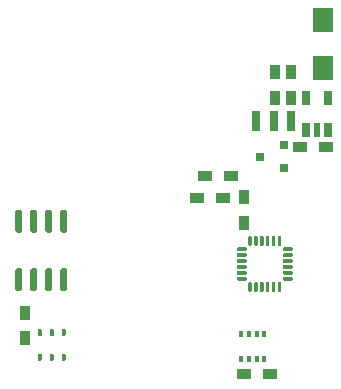
<source format=gtp>
%TF.GenerationSoftware,KiCad,Pcbnew,(5.1.12)-1*%
%TF.CreationDate,2023-02-20T19:38:16+01:00*%
%TF.ProjectId,SolarSensorTagEFM32,536f6c61-7253-4656-9e73-6f7254616745,rev?*%
%TF.SameCoordinates,Original*%
%TF.FileFunction,Paste,Top*%
%TF.FilePolarity,Positive*%
%FSLAX46Y46*%
G04 Gerber Fmt 4.6, Leading zero omitted, Abs format (unit mm)*
G04 Created by KiCad (PCBNEW (5.1.12)-1) date 2023-02-20 19:38:16*
%MOMM*%
%LPD*%
G01*
G04 APERTURE LIST*
%ADD10R,1.200000X0.900000*%
%ADD11R,0.800000X1.200000*%
%ADD12R,0.650000X1.200000*%
%ADD13R,0.600000X1.200000*%
%ADD14R,0.800000X1.800000*%
%ADD15R,1.700000X2.000000*%
%ADD16R,0.800000X0.800000*%
%ADD17R,0.350000X0.500000*%
%ADD18R,0.900000X1.200000*%
G04 APERTURE END LIST*
D10*
%TO.C,D7*%
X12362000Y3048000D03*
X14562000Y3048000D03*
%TD*%
%TO.C,IC_S2*%
G36*
G01*
X-9548500Y-12971000D02*
X-9723500Y-12971000D01*
G75*
G02*
X-9811000Y-12883500I0J87500D01*
G01*
X-9811000Y-12448500D01*
G75*
G02*
X-9723500Y-12361000I87500J0D01*
G01*
X-9548500Y-12361000D01*
G75*
G02*
X-9461000Y-12448500I0J-87500D01*
G01*
X-9461000Y-12883500D01*
G75*
G02*
X-9548500Y-12971000I-87500J0D01*
G01*
G37*
G36*
G01*
X-8548500Y-12971000D02*
X-8723500Y-12971000D01*
G75*
G02*
X-8811000Y-12883500I0J87500D01*
G01*
X-8811000Y-12448500D01*
G75*
G02*
X-8723500Y-12361000I87500J0D01*
G01*
X-8548500Y-12361000D01*
G75*
G02*
X-8461000Y-12448500I0J-87500D01*
G01*
X-8461000Y-12883500D01*
G75*
G02*
X-8548500Y-12971000I-87500J0D01*
G01*
G37*
G36*
G01*
X-7548500Y-12971000D02*
X-7723500Y-12971000D01*
G75*
G02*
X-7811000Y-12883500I0J87500D01*
G01*
X-7811000Y-12448500D01*
G75*
G02*
X-7723500Y-12361000I87500J0D01*
G01*
X-7548500Y-12361000D01*
G75*
G02*
X-7461000Y-12448500I0J-87500D01*
G01*
X-7461000Y-12883500D01*
G75*
G02*
X-7548500Y-12971000I-87500J0D01*
G01*
G37*
G36*
G01*
X-7548500Y-15071000D02*
X-7723500Y-15071000D01*
G75*
G02*
X-7811000Y-14983500I0J87500D01*
G01*
X-7811000Y-14548500D01*
G75*
G02*
X-7723500Y-14461000I87500J0D01*
G01*
X-7548500Y-14461000D01*
G75*
G02*
X-7461000Y-14548500I0J-87500D01*
G01*
X-7461000Y-14983500D01*
G75*
G02*
X-7548500Y-15071000I-87500J0D01*
G01*
G37*
G36*
G01*
X-8548500Y-15071000D02*
X-8723500Y-15071000D01*
G75*
G02*
X-8811000Y-14983500I0J87500D01*
G01*
X-8811000Y-14548500D01*
G75*
G02*
X-8723500Y-14461000I87500J0D01*
G01*
X-8548500Y-14461000D01*
G75*
G02*
X-8461000Y-14548500I0J-87500D01*
G01*
X-8461000Y-14983500D01*
G75*
G02*
X-8548500Y-15071000I-87500J0D01*
G01*
G37*
G36*
G01*
X-9548500Y-15071000D02*
X-9723500Y-15071000D01*
G75*
G02*
X-9811000Y-14983500I0J87500D01*
G01*
X-9811000Y-14548500D01*
G75*
G02*
X-9723500Y-14461000I87500J0D01*
G01*
X-9548500Y-14461000D01*
G75*
G02*
X-9461000Y-14548500I0J-87500D01*
G01*
X-9461000Y-14983500D01*
G75*
G02*
X-9548500Y-15071000I-87500J0D01*
G01*
G37*
%TD*%
%TO.C,IC_S8*%
G36*
G01*
X8223000Y-5333000D02*
X8073000Y-5333000D01*
G75*
G02*
X7998000Y-5258000I0J75000D01*
G01*
X7998000Y-4558000D01*
G75*
G02*
X8073000Y-4483000I75000J0D01*
G01*
X8223000Y-4483000D01*
G75*
G02*
X8298000Y-4558000I0J-75000D01*
G01*
X8298000Y-5258000D01*
G75*
G02*
X8223000Y-5333000I-75000J0D01*
G01*
G37*
G36*
G01*
X8723000Y-5333000D02*
X8573000Y-5333000D01*
G75*
G02*
X8498000Y-5258000I0J75000D01*
G01*
X8498000Y-4558000D01*
G75*
G02*
X8573000Y-4483000I75000J0D01*
G01*
X8723000Y-4483000D01*
G75*
G02*
X8798000Y-4558000I0J-75000D01*
G01*
X8798000Y-5258000D01*
G75*
G02*
X8723000Y-5333000I-75000J0D01*
G01*
G37*
G36*
G01*
X9223000Y-5333000D02*
X9073000Y-5333000D01*
G75*
G02*
X8998000Y-5258000I0J75000D01*
G01*
X8998000Y-4558000D01*
G75*
G02*
X9073000Y-4483000I75000J0D01*
G01*
X9223000Y-4483000D01*
G75*
G02*
X9298000Y-4558000I0J-75000D01*
G01*
X9298000Y-5258000D01*
G75*
G02*
X9223000Y-5333000I-75000J0D01*
G01*
G37*
G36*
G01*
X9723000Y-5333000D02*
X9573000Y-5333000D01*
G75*
G02*
X9498000Y-5258000I0J75000D01*
G01*
X9498000Y-4558000D01*
G75*
G02*
X9573000Y-4483000I75000J0D01*
G01*
X9723000Y-4483000D01*
G75*
G02*
X9798000Y-4558000I0J-75000D01*
G01*
X9798000Y-5258000D01*
G75*
G02*
X9723000Y-5333000I-75000J0D01*
G01*
G37*
G36*
G01*
X10223000Y-5333000D02*
X10073000Y-5333000D01*
G75*
G02*
X9998000Y-5258000I0J75000D01*
G01*
X9998000Y-4558000D01*
G75*
G02*
X10073000Y-4483000I75000J0D01*
G01*
X10223000Y-4483000D01*
G75*
G02*
X10298000Y-4558000I0J-75000D01*
G01*
X10298000Y-5258000D01*
G75*
G02*
X10223000Y-5333000I-75000J0D01*
G01*
G37*
G36*
G01*
X10723000Y-5333000D02*
X10573000Y-5333000D01*
G75*
G02*
X10498000Y-5258000I0J75000D01*
G01*
X10498000Y-4558000D01*
G75*
G02*
X10573000Y-4483000I75000J0D01*
G01*
X10723000Y-4483000D01*
G75*
G02*
X10798000Y-4558000I0J-75000D01*
G01*
X10798000Y-5258000D01*
G75*
G02*
X10723000Y-5333000I-75000J0D01*
G01*
G37*
G36*
G01*
X10923000Y-5683000D02*
X10923000Y-5533000D01*
G75*
G02*
X10998000Y-5458000I75000J0D01*
G01*
X11698000Y-5458000D01*
G75*
G02*
X11773000Y-5533000I0J-75000D01*
G01*
X11773000Y-5683000D01*
G75*
G02*
X11698000Y-5758000I-75000J0D01*
G01*
X10998000Y-5758000D01*
G75*
G02*
X10923000Y-5683000I0J75000D01*
G01*
G37*
G36*
G01*
X10923000Y-6183000D02*
X10923000Y-6033000D01*
G75*
G02*
X10998000Y-5958000I75000J0D01*
G01*
X11698000Y-5958000D01*
G75*
G02*
X11773000Y-6033000I0J-75000D01*
G01*
X11773000Y-6183000D01*
G75*
G02*
X11698000Y-6258000I-75000J0D01*
G01*
X10998000Y-6258000D01*
G75*
G02*
X10923000Y-6183000I0J75000D01*
G01*
G37*
G36*
G01*
X10923000Y-6683000D02*
X10923000Y-6533000D01*
G75*
G02*
X10998000Y-6458000I75000J0D01*
G01*
X11698000Y-6458000D01*
G75*
G02*
X11773000Y-6533000I0J-75000D01*
G01*
X11773000Y-6683000D01*
G75*
G02*
X11698000Y-6758000I-75000J0D01*
G01*
X10998000Y-6758000D01*
G75*
G02*
X10923000Y-6683000I0J75000D01*
G01*
G37*
G36*
G01*
X10923000Y-7183000D02*
X10923000Y-7033000D01*
G75*
G02*
X10998000Y-6958000I75000J0D01*
G01*
X11698000Y-6958000D01*
G75*
G02*
X11773000Y-7033000I0J-75000D01*
G01*
X11773000Y-7183000D01*
G75*
G02*
X11698000Y-7258000I-75000J0D01*
G01*
X10998000Y-7258000D01*
G75*
G02*
X10923000Y-7183000I0J75000D01*
G01*
G37*
G36*
G01*
X10923000Y-7683000D02*
X10923000Y-7533000D01*
G75*
G02*
X10998000Y-7458000I75000J0D01*
G01*
X11698000Y-7458000D01*
G75*
G02*
X11773000Y-7533000I0J-75000D01*
G01*
X11773000Y-7683000D01*
G75*
G02*
X11698000Y-7758000I-75000J0D01*
G01*
X10998000Y-7758000D01*
G75*
G02*
X10923000Y-7683000I0J75000D01*
G01*
G37*
G36*
G01*
X10923000Y-8183000D02*
X10923000Y-8033000D01*
G75*
G02*
X10998000Y-7958000I75000J0D01*
G01*
X11698000Y-7958000D01*
G75*
G02*
X11773000Y-8033000I0J-75000D01*
G01*
X11773000Y-8183000D01*
G75*
G02*
X11698000Y-8258000I-75000J0D01*
G01*
X10998000Y-8258000D01*
G75*
G02*
X10923000Y-8183000I0J75000D01*
G01*
G37*
G36*
G01*
X10723000Y-9233000D02*
X10573000Y-9233000D01*
G75*
G02*
X10498000Y-9158000I0J75000D01*
G01*
X10498000Y-8458000D01*
G75*
G02*
X10573000Y-8383000I75000J0D01*
G01*
X10723000Y-8383000D01*
G75*
G02*
X10798000Y-8458000I0J-75000D01*
G01*
X10798000Y-9158000D01*
G75*
G02*
X10723000Y-9233000I-75000J0D01*
G01*
G37*
G36*
G01*
X10223000Y-9233000D02*
X10073000Y-9233000D01*
G75*
G02*
X9998000Y-9158000I0J75000D01*
G01*
X9998000Y-8458000D01*
G75*
G02*
X10073000Y-8383000I75000J0D01*
G01*
X10223000Y-8383000D01*
G75*
G02*
X10298000Y-8458000I0J-75000D01*
G01*
X10298000Y-9158000D01*
G75*
G02*
X10223000Y-9233000I-75000J0D01*
G01*
G37*
G36*
G01*
X9723000Y-9233000D02*
X9573000Y-9233000D01*
G75*
G02*
X9498000Y-9158000I0J75000D01*
G01*
X9498000Y-8458000D01*
G75*
G02*
X9573000Y-8383000I75000J0D01*
G01*
X9723000Y-8383000D01*
G75*
G02*
X9798000Y-8458000I0J-75000D01*
G01*
X9798000Y-9158000D01*
G75*
G02*
X9723000Y-9233000I-75000J0D01*
G01*
G37*
G36*
G01*
X9223000Y-9233000D02*
X9073000Y-9233000D01*
G75*
G02*
X8998000Y-9158000I0J75000D01*
G01*
X8998000Y-8458000D01*
G75*
G02*
X9073000Y-8383000I75000J0D01*
G01*
X9223000Y-8383000D01*
G75*
G02*
X9298000Y-8458000I0J-75000D01*
G01*
X9298000Y-9158000D01*
G75*
G02*
X9223000Y-9233000I-75000J0D01*
G01*
G37*
G36*
G01*
X8723000Y-9233000D02*
X8573000Y-9233000D01*
G75*
G02*
X8498000Y-9158000I0J75000D01*
G01*
X8498000Y-8458000D01*
G75*
G02*
X8573000Y-8383000I75000J0D01*
G01*
X8723000Y-8383000D01*
G75*
G02*
X8798000Y-8458000I0J-75000D01*
G01*
X8798000Y-9158000D01*
G75*
G02*
X8723000Y-9233000I-75000J0D01*
G01*
G37*
G36*
G01*
X8223000Y-9233000D02*
X8073000Y-9233000D01*
G75*
G02*
X7998000Y-9158000I0J75000D01*
G01*
X7998000Y-8458000D01*
G75*
G02*
X8073000Y-8383000I75000J0D01*
G01*
X8223000Y-8383000D01*
G75*
G02*
X8298000Y-8458000I0J-75000D01*
G01*
X8298000Y-9158000D01*
G75*
G02*
X8223000Y-9233000I-75000J0D01*
G01*
G37*
G36*
G01*
X7023000Y-8183000D02*
X7023000Y-8033000D01*
G75*
G02*
X7098000Y-7958000I75000J0D01*
G01*
X7798000Y-7958000D01*
G75*
G02*
X7873000Y-8033000I0J-75000D01*
G01*
X7873000Y-8183000D01*
G75*
G02*
X7798000Y-8258000I-75000J0D01*
G01*
X7098000Y-8258000D01*
G75*
G02*
X7023000Y-8183000I0J75000D01*
G01*
G37*
G36*
G01*
X7023000Y-7683000D02*
X7023000Y-7533000D01*
G75*
G02*
X7098000Y-7458000I75000J0D01*
G01*
X7798000Y-7458000D01*
G75*
G02*
X7873000Y-7533000I0J-75000D01*
G01*
X7873000Y-7683000D01*
G75*
G02*
X7798000Y-7758000I-75000J0D01*
G01*
X7098000Y-7758000D01*
G75*
G02*
X7023000Y-7683000I0J75000D01*
G01*
G37*
G36*
G01*
X7023000Y-7183000D02*
X7023000Y-7033000D01*
G75*
G02*
X7098000Y-6958000I75000J0D01*
G01*
X7798000Y-6958000D01*
G75*
G02*
X7873000Y-7033000I0J-75000D01*
G01*
X7873000Y-7183000D01*
G75*
G02*
X7798000Y-7258000I-75000J0D01*
G01*
X7098000Y-7258000D01*
G75*
G02*
X7023000Y-7183000I0J75000D01*
G01*
G37*
G36*
G01*
X7023000Y-6683000D02*
X7023000Y-6533000D01*
G75*
G02*
X7098000Y-6458000I75000J0D01*
G01*
X7798000Y-6458000D01*
G75*
G02*
X7873000Y-6533000I0J-75000D01*
G01*
X7873000Y-6683000D01*
G75*
G02*
X7798000Y-6758000I-75000J0D01*
G01*
X7098000Y-6758000D01*
G75*
G02*
X7023000Y-6683000I0J75000D01*
G01*
G37*
G36*
G01*
X7023000Y-6183000D02*
X7023000Y-6033000D01*
G75*
G02*
X7098000Y-5958000I75000J0D01*
G01*
X7798000Y-5958000D01*
G75*
G02*
X7873000Y-6033000I0J-75000D01*
G01*
X7873000Y-6183000D01*
G75*
G02*
X7798000Y-6258000I-75000J0D01*
G01*
X7098000Y-6258000D01*
G75*
G02*
X7023000Y-6183000I0J75000D01*
G01*
G37*
G36*
G01*
X7023000Y-5683000D02*
X7023000Y-5533000D01*
G75*
G02*
X7098000Y-5458000I75000J0D01*
G01*
X7798000Y-5458000D01*
G75*
G02*
X7873000Y-5533000I0J-75000D01*
G01*
X7873000Y-5683000D01*
G75*
G02*
X7798000Y-5758000I-75000J0D01*
G01*
X7098000Y-5758000D01*
G75*
G02*
X7023000Y-5683000I0J75000D01*
G01*
G37*
%TD*%
%TO.C,IC_S1*%
G36*
G01*
X-11280000Y-4215000D02*
X-11580000Y-4215000D01*
G75*
G02*
X-11730000Y-4065000I0J150000D01*
G01*
X-11730000Y-2415000D01*
G75*
G02*
X-11580000Y-2265000I150000J0D01*
G01*
X-11280000Y-2265000D01*
G75*
G02*
X-11130000Y-2415000I0J-150000D01*
G01*
X-11130000Y-4065000D01*
G75*
G02*
X-11280000Y-4215000I-150000J0D01*
G01*
G37*
G36*
G01*
X-10010000Y-4215000D02*
X-10310000Y-4215000D01*
G75*
G02*
X-10460000Y-4065000I0J150000D01*
G01*
X-10460000Y-2415000D01*
G75*
G02*
X-10310000Y-2265000I150000J0D01*
G01*
X-10010000Y-2265000D01*
G75*
G02*
X-9860000Y-2415000I0J-150000D01*
G01*
X-9860000Y-4065000D01*
G75*
G02*
X-10010000Y-4215000I-150000J0D01*
G01*
G37*
G36*
G01*
X-8740000Y-4215000D02*
X-9040000Y-4215000D01*
G75*
G02*
X-9190000Y-4065000I0J150000D01*
G01*
X-9190000Y-2415000D01*
G75*
G02*
X-9040000Y-2265000I150000J0D01*
G01*
X-8740000Y-2265000D01*
G75*
G02*
X-8590000Y-2415000I0J-150000D01*
G01*
X-8590000Y-4065000D01*
G75*
G02*
X-8740000Y-4215000I-150000J0D01*
G01*
G37*
G36*
G01*
X-7470000Y-4215000D02*
X-7770000Y-4215000D01*
G75*
G02*
X-7920000Y-4065000I0J150000D01*
G01*
X-7920000Y-2415000D01*
G75*
G02*
X-7770000Y-2265000I150000J0D01*
G01*
X-7470000Y-2265000D01*
G75*
G02*
X-7320000Y-2415000I0J-150000D01*
G01*
X-7320000Y-4065000D01*
G75*
G02*
X-7470000Y-4215000I-150000J0D01*
G01*
G37*
G36*
G01*
X-7470000Y-9165000D02*
X-7770000Y-9165000D01*
G75*
G02*
X-7920000Y-9015000I0J150000D01*
G01*
X-7920000Y-7365000D01*
G75*
G02*
X-7770000Y-7215000I150000J0D01*
G01*
X-7470000Y-7215000D01*
G75*
G02*
X-7320000Y-7365000I0J-150000D01*
G01*
X-7320000Y-9015000D01*
G75*
G02*
X-7470000Y-9165000I-150000J0D01*
G01*
G37*
G36*
G01*
X-8740000Y-9165000D02*
X-9040000Y-9165000D01*
G75*
G02*
X-9190000Y-9015000I0J150000D01*
G01*
X-9190000Y-7365000D01*
G75*
G02*
X-9040000Y-7215000I150000J0D01*
G01*
X-8740000Y-7215000D01*
G75*
G02*
X-8590000Y-7365000I0J-150000D01*
G01*
X-8590000Y-9015000D01*
G75*
G02*
X-8740000Y-9165000I-150000J0D01*
G01*
G37*
G36*
G01*
X-10010000Y-9165000D02*
X-10310000Y-9165000D01*
G75*
G02*
X-10460000Y-9015000I0J150000D01*
G01*
X-10460000Y-7365000D01*
G75*
G02*
X-10310000Y-7215000I150000J0D01*
G01*
X-10010000Y-7215000D01*
G75*
G02*
X-9860000Y-7365000I0J-150000D01*
G01*
X-9860000Y-9015000D01*
G75*
G02*
X-10010000Y-9165000I-150000J0D01*
G01*
G37*
G36*
G01*
X-11280000Y-9165000D02*
X-11580000Y-9165000D01*
G75*
G02*
X-11730000Y-9015000I0J150000D01*
G01*
X-11730000Y-7365000D01*
G75*
G02*
X-11580000Y-7215000I150000J0D01*
G01*
X-11280000Y-7215000D01*
G75*
G02*
X-11130000Y-7365000I0J-150000D01*
G01*
X-11130000Y-9015000D01*
G75*
G02*
X-11280000Y-9165000I-150000J0D01*
G01*
G37*
%TD*%
%TO.C,R3*%
X4297500Y571500D03*
X6497500Y571500D03*
%TD*%
D11*
%TO.C,IC5*%
X12893000Y7192000D03*
X14793000Y7192000D03*
D12*
X14793000Y4492000D03*
D13*
X13843000Y4492000D03*
D12*
X12893000Y4492000D03*
%TD*%
D14*
%TO.C,Y2*%
X10160000Y5207000D03*
X11660000Y5207000D03*
X8660000Y5207000D03*
%TD*%
D15*
%TO.C,C4*%
X14351000Y9766800D03*
X14351000Y13766800D03*
%TD*%
D16*
%TO.C,IC1*%
X8985500Y2225000D03*
X10985500Y3175000D03*
X10985500Y1275000D03*
%TD*%
D17*
%TO.C,IC_S4*%
X9357000Y-12818000D03*
X8707000Y-12818000D03*
X8057000Y-12818000D03*
X7407000Y-12818000D03*
X7407000Y-14868000D03*
X8057000Y-14868000D03*
X8707000Y-14868000D03*
X9357000Y-14868000D03*
%TD*%
D18*
%TO.C,C8*%
X10261600Y9362800D03*
X10261600Y7162800D03*
%TD*%
D10*
%TO.C,R_IN1*%
X5875200Y-1270000D03*
X3675200Y-1270000D03*
%TD*%
D18*
%TO.C,C9*%
X11582400Y9380400D03*
X11582400Y7180400D03*
%TD*%
%TO.C,R1*%
X7620000Y-3386000D03*
X7620000Y-1186000D03*
%TD*%
D10*
%TO.C,C_S6_1*%
X9804400Y-16205200D03*
X7604400Y-16205200D03*
%TD*%
D18*
%TO.C,C_S2*%
X-10922000Y-10965000D03*
X-10922000Y-13165000D03*
%TD*%
M02*

</source>
